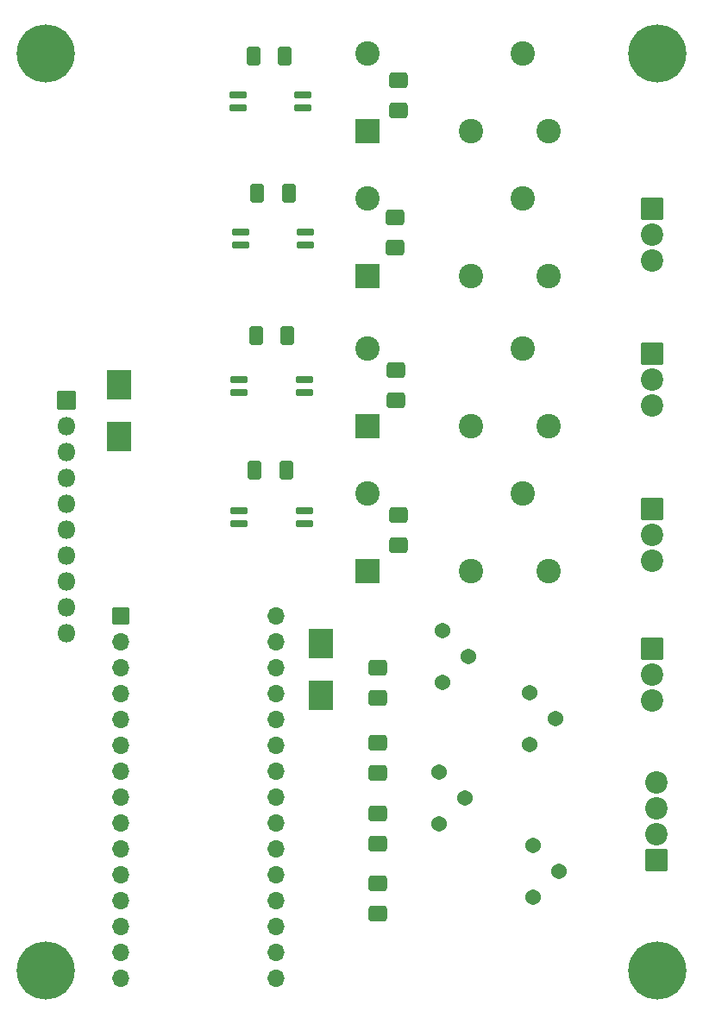
<source format=gbr>
%TF.GenerationSoftware,KiCad,Pcbnew,(6.0.4)*%
%TF.CreationDate,2023-07-24T12:17:23-04:00*%
%TF.ProjectId,BREAD_Slice,42524541-445f-4536-9c69-63652e6b6963,rev?*%
%TF.SameCoordinates,Original*%
%TF.FileFunction,Soldermask,Bot*%
%TF.FilePolarity,Negative*%
%FSLAX46Y46*%
G04 Gerber Fmt 4.6, Leading zero omitted, Abs format (unit mm)*
G04 Created by KiCad (PCBNEW (6.0.4)) date 2023-07-24 12:17:23*
%MOMM*%
%LPD*%
G01*
G04 APERTURE LIST*
G04 Aperture macros list*
%AMRoundRect*
0 Rectangle with rounded corners*
0 $1 Rounding radius*
0 $2 $3 $4 $5 $6 $7 $8 $9 X,Y pos of 4 corners*
0 Add a 4 corners polygon primitive as box body*
4,1,4,$2,$3,$4,$5,$6,$7,$8,$9,$2,$3,0*
0 Add four circle primitives for the rounded corners*
1,1,$1+$1,$2,$3*
1,1,$1+$1,$4,$5*
1,1,$1+$1,$6,$7*
1,1,$1+$1,$8,$9*
0 Add four rect primitives between the rounded corners*
20,1,$1+$1,$2,$3,$4,$5,0*
20,1,$1+$1,$4,$5,$6,$7,0*
20,1,$1+$1,$6,$7,$8,$9,0*
20,1,$1+$1,$8,$9,$2,$3,0*%
G04 Aperture macros list end*
%ADD10C,5.700000*%
%ADD11RoundRect,0.050000X-0.800000X-0.800000X0.800000X-0.800000X0.800000X0.800000X-0.800000X0.800000X0*%
%ADD12O,1.700000X1.700000*%
%ADD13RoundRect,0.050000X-0.850000X-0.850000X0.850000X-0.850000X0.850000X0.850000X-0.850000X0.850000X0*%
%ADD14O,1.800000X1.800000*%
%ADD15RoundRect,0.050000X-1.050000X1.050000X-1.050000X-1.050000X1.050000X-1.050000X1.050000X1.050000X0*%
%ADD16C,2.200000*%
%ADD17RoundRect,0.050000X1.050000X-1.050000X1.050000X1.050000X-1.050000X1.050000X-1.050000X-1.050000X0*%
%ADD18RoundRect,0.050000X1.150000X1.150000X-1.150000X1.150000X-1.150000X-1.150000X1.150000X-1.150000X0*%
%ADD19C,2.400000*%
%ADD20C,1.540000*%
%ADD21RoundRect,0.050000X1.175000X-1.385000X1.175000X1.385000X-1.175000X1.385000X-1.175000X-1.385000X0*%
%ADD22RoundRect,0.300000X-0.625000X0.462500X-0.625000X-0.462500X0.625000X-0.462500X0.625000X0.462500X0*%
%ADD23RoundRect,0.300000X-0.400000X-0.625000X0.400000X-0.625000X0.400000X0.625000X-0.400000X0.625000X0*%
%ADD24RoundRect,0.200000X-0.662500X-0.150000X0.662500X-0.150000X0.662500X0.150000X-0.662500X0.150000X0*%
G04 APERTURE END LIST*
D10*
%TO.C,H1*%
X127600000Y-44800000D03*
%TD*%
%TO.C,H2*%
X187600000Y-44800000D03*
%TD*%
%TO.C,H3*%
X127600000Y-134800000D03*
%TD*%
%TO.C,H4*%
X187600000Y-134800000D03*
%TD*%
D11*
%TO.C,A1*%
X135000000Y-100000000D03*
D12*
X135000000Y-102540000D03*
X135000000Y-105080000D03*
X135000000Y-107620000D03*
X135000000Y-110160000D03*
X135000000Y-112700000D03*
X135000000Y-115240000D03*
X135000000Y-117780000D03*
X135000000Y-120320000D03*
X135000000Y-122860000D03*
X135000000Y-125400000D03*
X135000000Y-127940000D03*
X135000000Y-130480000D03*
X135000000Y-133020000D03*
X135000000Y-135560000D03*
X150240000Y-135560000D03*
X150240000Y-133020000D03*
X150240000Y-130480000D03*
X150240000Y-127940000D03*
X150240000Y-125400000D03*
X150240000Y-122860000D03*
X150240000Y-120320000D03*
X150240000Y-117780000D03*
X150240000Y-115240000D03*
X150240000Y-112700000D03*
X150240000Y-110160000D03*
X150240000Y-107620000D03*
X150240000Y-105080000D03*
X150240000Y-102540000D03*
X150240000Y-100000000D03*
%TD*%
D13*
%TO.C,J1*%
X129600000Y-78800000D03*
D14*
X129600000Y-81340000D03*
X129600000Y-83880000D03*
X129600000Y-86420000D03*
X129600000Y-88960000D03*
X129600000Y-91500000D03*
X129600000Y-94040000D03*
X129600000Y-96580000D03*
X129600000Y-99120000D03*
X129600000Y-101660000D03*
%TD*%
D15*
%TO.C,J2*%
X187116000Y-60044000D03*
D16*
X187116000Y-62584000D03*
X187116000Y-65124000D03*
%TD*%
D15*
%TO.C,J3*%
X187116000Y-89508000D03*
D16*
X187116000Y-92048000D03*
X187116000Y-94588000D03*
%TD*%
D15*
%TO.C,J4*%
X187116000Y-74268000D03*
D16*
X187116000Y-76808000D03*
X187116000Y-79348000D03*
%TD*%
D15*
%TO.C,J5*%
X187116000Y-103224000D03*
D16*
X187116000Y-105764000D03*
X187116000Y-108304000D03*
%TD*%
D17*
%TO.C,J6*%
X187497000Y-123925000D03*
D16*
X187497000Y-121385000D03*
X187497000Y-118845000D03*
X187497000Y-116305000D03*
%TD*%
D18*
%TO.C,K1*%
X159176000Y-52424000D03*
D19*
X169336000Y-52424000D03*
X176956000Y-52424000D03*
X174416000Y-44804000D03*
X159176000Y-44804000D03*
%TD*%
D18*
%TO.C,K2*%
X159176000Y-66648000D03*
D19*
X169336000Y-66648000D03*
X176956000Y-66648000D03*
X174416000Y-59028000D03*
X159176000Y-59028000D03*
%TD*%
D18*
%TO.C,K3*%
X159176000Y-81380000D03*
D19*
X169336000Y-81380000D03*
X176956000Y-81380000D03*
X174416000Y-73760000D03*
X159176000Y-73760000D03*
%TD*%
D18*
%TO.C,K4*%
X159176000Y-95604000D03*
D19*
X169336000Y-95604000D03*
X176956000Y-95604000D03*
X174416000Y-87984000D03*
X159176000Y-87984000D03*
%TD*%
D20*
%TO.C,RV1*%
X175432000Y-122528000D03*
X177972000Y-125068000D03*
X175432000Y-127608000D03*
%TD*%
%TO.C,RV2*%
X166161000Y-115289000D03*
X168701000Y-117829000D03*
X166161000Y-120369000D03*
%TD*%
%TO.C,RV3*%
X175051000Y-107542000D03*
X177591000Y-110082000D03*
X175051000Y-112622000D03*
%TD*%
%TO.C,RV4*%
X166542000Y-101446000D03*
X169082000Y-103986000D03*
X166542000Y-106526000D03*
%TD*%
D21*
%TO.C,C2*%
X154604000Y-107826000D03*
X154604000Y-102686000D03*
%TD*%
%TO.C,C1*%
X134792000Y-82426000D03*
X134792000Y-77286000D03*
%TD*%
D22*
%TO.C,D1*%
X162224000Y-47380500D03*
X162224000Y-50355500D03*
%TD*%
%TO.C,D2*%
X161970000Y-75828500D03*
X161970000Y-78803500D03*
%TD*%
%TO.C,D3*%
X161843000Y-60842500D03*
X161843000Y-63817500D03*
%TD*%
%TO.C,D4*%
X162224000Y-90052500D03*
X162224000Y-93027500D03*
%TD*%
%TO.C,D5*%
X160192000Y-126247500D03*
X160192000Y-129222500D03*
%TD*%
%TO.C,D6*%
X160192000Y-119389500D03*
X160192000Y-122364500D03*
%TD*%
%TO.C,D7*%
X160192000Y-112404500D03*
X160192000Y-115379500D03*
%TD*%
%TO.C,D8*%
X160192000Y-105038500D03*
X160192000Y-108013500D03*
%TD*%
D23*
%TO.C,R1*%
X147974000Y-45058000D03*
X151074000Y-45058000D03*
%TD*%
%TO.C,R2*%
X148228000Y-72490000D03*
X151328000Y-72490000D03*
%TD*%
%TO.C,R3*%
X148355000Y-58520000D03*
X151455000Y-58520000D03*
%TD*%
%TO.C,R4*%
X148101000Y-85698000D03*
X151201000Y-85698000D03*
%TD*%
D24*
%TO.C,U1*%
X146463500Y-50138000D03*
X146463500Y-48868000D03*
X152838500Y-48868000D03*
X152838500Y-50138000D03*
%TD*%
%TO.C,U2*%
X146590500Y-78078000D03*
X146590500Y-76808000D03*
X152965500Y-76808000D03*
X152965500Y-78078000D03*
%TD*%
%TO.C,U3*%
X146717500Y-63600000D03*
X146717500Y-62330000D03*
X153092500Y-62330000D03*
X153092500Y-63600000D03*
%TD*%
%TO.C,U4*%
X146590500Y-90905000D03*
X146590500Y-89635000D03*
X152965500Y-89635000D03*
X152965500Y-90905000D03*
%TD*%
M02*

</source>
